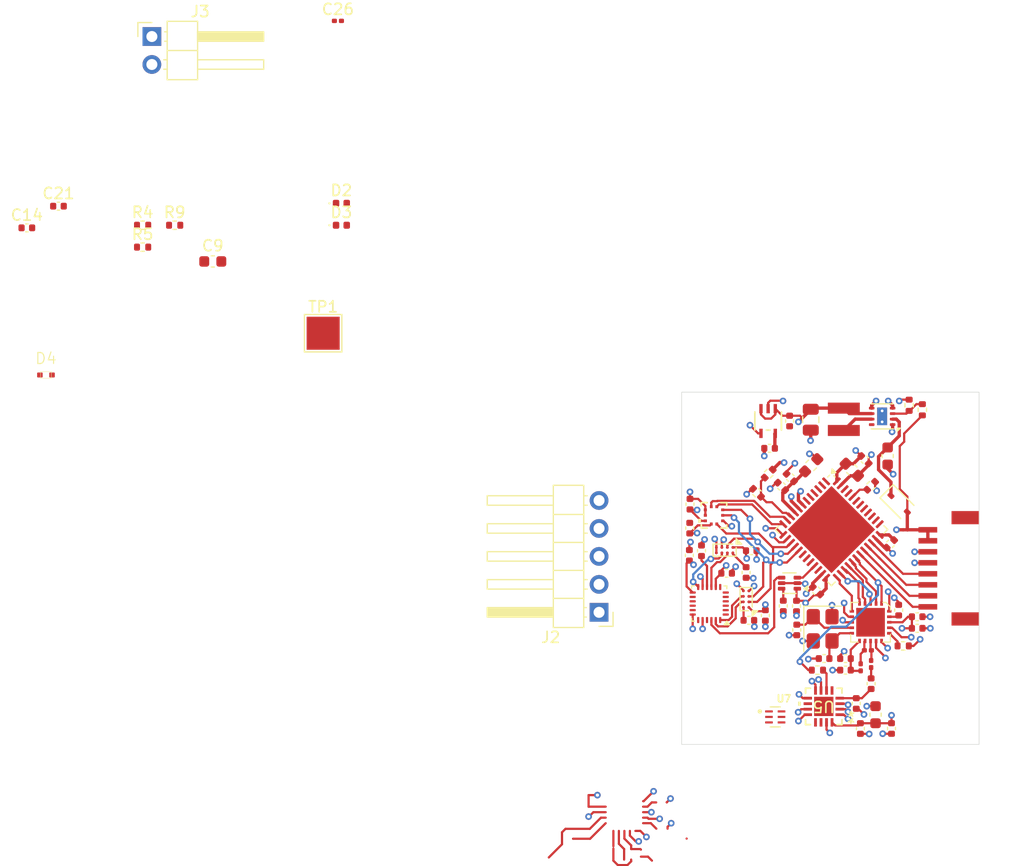
<source format=kicad_pcb>
(kicad_pcb (version 20241229) (generator "pcbnew") (generator_version "9.0")
  (title_block (title "Microdrone flight controller") (date "2025-09-14") (rev "v01") (comment 2 "creativecommons.org/licenses/by/4.0/") (comment 3 "License: CC BY 4.0") (comment 4 "Author: Emil Nordén"))
  (layers (0 "F.Cu" signal) (4 "In1.Cu" power "In1.Cu.Gnd") (6 "In2.Cu" power "In2.Cu.Power") (2 "B.Cu" signal) (13 "F.Paste" user) (15 "B.Paste" user) (5 "F.SilkS" user "F.Silkscreen") (7 "B.SilkS" user "B.Silkscreen") (1 "F.Mask" user) (3 "B.Mask" user) (25 "Edge.Cuts" user))
  (net 0 "")
  (net 1 "Net-(D1-K)")
  (net 2 "GND")
  (net 3 "+3.3V")
  (net 4 "Net-(U1-DVDD)")
  (net 5 "/NRF24_XC2")
  (net 6 "Net-(U3-VCAP1)")
  (net 7 "/NRF24_VDD_PA")
  (net 8 "/NRF24_XC1")
  (net 9 "/V_Monitor")
  (net 10 "+1V8")
  (net 11 "/BAT+")
  (net 12 "Net-(D2-A)")
  (net 13 "Net-(D3-A)")
  (net 14 "Net-(D4-A)")
  (net 15 "/ESC2")
  (net 16 "/ESC3")
  (net 17 "/ESC1")
  (net 18 "/ESC4")
  (net 19 "/SWDIO")
  (net 20 "/SWCLK")
  (net 21 "/NRST")
  (net 22 "Net-(U2-SW)")
  (net 23 "/NRF24_ANT1")
  (net 24 "/NRF24_ANT2")
  (net 25 "Net-(U1-IREF)")
  (net 26 "/ERROR_LED")
  (net 27 "/STATUS_LED")
  (net 28 "Net-(U3-BOOT0)")
  (net 29 "/NRF24_CE")
  (net 30 "Net-(U2-EN)")
  (net 31 "Net-(U7-OUT)")
  (net 32 "/SPI1_SCK")
  (net 33 "/SPI1_MISO")
  (net 34 "/NRF_IRQ")
  (net 35 "/SPI1_MOSI")
  (net 36 "/NRF24_CSN")
  (net 37 "unconnected-(U1-EP-Pad21)")
  (net 39 "/BMP390_CS")
  (net 41 "/ICM_INT_3V3")
  (net 44 "/ICM_CS_3V3")
  (net 46 "/BMP390_IRQ")
  (net 55 "/ICM_CS_1V8")
  (net 56 "/ICM_SCK")
  (net 57 "/ICM_MISO")
  (net 58 "/ICM_INT_1V8")
  (net 59 "/ICM_MOSI")
  (net 61 "Net-(U5-TXRX)")
  (net 62 "Net-(U5-ANT)")
  (net 63 "Net-(U11-REGOUT)")
  (net 64 "Net-(U5-TXEN)")
  (net 65 "Net-(U5-RXEN)")
  (net 81 "/SPI2_MISO")
  (net 82 "/SPI2_MOSI")
  (net 83 "/SPI2_SCK")
  (net 84 "Net-(C15-Pad1)")
  (net 86 "/MCU_VDDA")
  (footprint "Capacitor_SMD:C_0603_1608Metric" (layer "F.Cu") (at 117.6 129.3 90)
    (property "Reference" "C24" (hide yes))
    (property "Value" "10nF")
  )
  (footprint "Capacitor_SMD:C_0402_1005Metric" (layer "F.Cu") (at 107.6 120.28 90)
    (property "Reference" "C28" (hide yes))
    (property "Value" "0.1uF")
  )
  (footprint "Capacitor_SMD:C_0402_1005Metric" (layer "F.Cu") (at 109.225 119.42 90)
    (property "Reference" "C33" (hide yes))
    (property "Value" "0.1uF")
  )
  (footprint "Crystal:Crystal_SMD_3225-4Pin_3.2x2.5mm" (layer "F.Cu") (at 112.8 121.5 -90)
    (property "Reference" "Y1" (hide yes))
    (property "Value" "Crystal_GND24")
  )
  (footprint "Capacitor_SMD:C_0603_1608Metric" (layer "F.Cu") (at 57.432152 88.125301)
    (property "Reference" "C9")
    (property "Value" "4.7uF")
  )
  (footprint "Capacitor_SMD:C_0402_1005Metric" (layer "F.Cu") (at 119.7 119.8 -90)
    (property "Reference" "C4" (hide yes))
    (property "Value" "33nF")
  )
  (footprint "Capacitor_SMD:C_0402_1005Metric" (layer "F.Cu") (at 119.05 130.55 -90)
    (property "Reference" "C23" (hide yes))
    (property "Value" "1uF")
  )
  (footprint "Capacitor_SMD:C_0402_1005Metric" (layer "F.Cu") (at 110.425 119.43 90)
    (property "Reference" "C30" (hide yes))
    (property "Value" "0.1uF")
  )
  (footprint "Diode_SMD:D_SOD-323" (layer "F.Cu") (at 119.742462 110.142462 -45)
    (property "Reference" "D1" (hide yes))
    (property "Value" "D_Schottky" (hide yes))
  )
  (footprint "Capacitor_SMD:C_0402_1005Metric" (layer "F.Cu") (at 106.1 120.725 180)
    (property "Reference" "C31" (hide yes))
    (property "Value" "0.1uF")
  )
  (footprint "Capacitor_SMD:C_0805_2012Metric" (layer "F.Cu") (at 111.72 102.5 -90)
    (property "Reference" "C7" (hide yes))
    (property "Value" "22uF")
  )
  (footprint "Capacitor_SMD:C_0402_1005Metric" (layer "F.Cu") (at 105.85 116.38 90)
    (property "Reference" "C32" (hide yes))
    (property "Value" "0.1uF")
  )
  (footprint "Connector_PinHeader_2.54mm:PinHeader_1x05_P2.54mm_Horizontal" (layer "F.Cu") (at 92.5 120 180)
    (property "Reference" "J2")
    (property "Value" "Conn_01x05")
  )
  (footprint "Resistor_SMD:R_0402_1005Metric" (layer "F.Cu") (at 121.85 101.6 90)
    (property "Reference" "R2" (hide yes))
    (property "Value" "100K")
  )
  (footprint "TestPoint:TestPoint_Pad_3.0x3.0mm" (layer "F.Cu") (at 67.452152 94.645301)
    (property "Reference" "TP1")
    (property "Value" "ANT PAD")
  )
  (footprint "Capacitor_SMD:C_0402_1005Metric" (layer "F.Cu") (at 114.87 124.2 180)
    (property "Reference" "C10" (hide yes))
    (property "Value" "2.2nF")
  )
  (footprint "Capacitor_SMD:C_0402_1005Metric" (layer "F.Cu") (at 43.422152 83.105301)
    (property "Reference" "C21")
    (property "Value" "0.1uF")
  )
  (footprint "Capacitor_SMD:C_0402_1005Metric" (layer "F.Cu") (at 100.7313 112.3513 -90)
    (property "Reference" "C22" (hide yes))
    (property "Value" "100nF")
  )
  (footprint "Resistor_SMD:R_0402_1005Metric" (layer "F.Cu") (at 107.9 107.4 -135)
    (property "Reference" "R7" (hide yes))
    (property "Value" "20k")
  )
  (footprint "Capacitor_SMD:C_0603_1608Metric" (layer "F.Cu") (at 118.7 105.8 -90)
    (property "Reference" "C1" (hide yes))
    (property "Value" "10uF")
  )
  (footprint "Capacitor_SMD:C_0402_1005Metric" (layer "F.Cu") (at 116.639411 106.139411 -45)
    (property "Reference" "C19" (hide yes))
    (property "Value" "0.1uF")
  )
  (footprint "fclib:JST_SH_ZX-SH1.0-8PWT" (layer "F.Cu") (at 124.25 116 90)
    (property "Reference" "J1" (hide yes))
    (property "Value" "Conn_01x08")
  )
  (footprint "MountingHole:MountingHole_3.2mm_M3" (layer "F.Cu") (at 123.5 106)
    (property "Reference" "REF**" (hide yes))
    (property "Value" "MountingHole_3.2mm_M3" (hide yes))
  )
  (footprint "MountingHole:MountingHole_3.2mm_M3" (layer "F.Cu") (at 103.5 126)
    (property "Reference" "REF**" (hide yes))
    (property "Value" "MountingHole_3.2mm_M3" (hide yes))
  )
  (footprint "Package_SON:WSON-8-1EP_2x2mm_P0.5mm_EP0.9x1.6mm_ThermalVias" (layer "F.Cu") (at 118.2 102.2 180)
    (property "Reference" "U2" (hide yes))
    (property "Value" "TPS62162")
  )
  (footprint "Resistor_SMD:R_0402_1005Metric" (layer "F.Cu") (at 120.109999 123.05)
    (property "Reference" "R1" (hide yes))
    (property "Value" "22k")
  )
  (footprint "Inductor_SMD:L_0201_0603Metric" (layer "F.Cu") (at 116.25 124.995 -90)
    (property "Reference" "L4" (hide yes))
    (property "Value" "2.7nH")
  )
  (footprint "Capacitor_SMD:C_0201_0603Metric" (layer "F.Cu") (at 68.792152 66.275301)
    (property "Reference" "C26")
    (property "Value" "0.3pF")
  )
  (footprint "digikey-footprints:QFN-20-1EP_4x4mm_RevA" (layer "F.Cu") (at 117.147918 120.902082 -90)
    (property "Reference" "U1" (hide yes))
    (property "Value" "NRF24L01P-R7")
  )
  (footprint "Capacitor_SMD:C_0402_1005Metric" (layer "F.Cu") (at 109.860589 107.760589 135)
    (property "Reference" "C5" (hide yes))
    (property "Value" "1uF")
  )
  (footprint "Package_TO_SOT_SMD:SOT-563" (layer "F.Cu") (at 109.7875 117.35 180)
    (property "Reference" "U10" (hide yes))
    (property "Value" "SN74LVC1T45DRL")
  )
  (footprint "Capacitor_SMD:C_0402_1005Metric" (layer "F.Cu") (at 110.45 121.6 -90)
    (property "Reference" "C8" (hide yes))
    (property "Value" "22pF")
  )
  (footprint "Inductor_SMD:L_0603_1608Metric" (layer "F.Cu") (at 111.756847 106.643153 -135)
    (property "Reference" "FB1" (hide yes))
    (property "Value" "FerriteBead")
  )
  (footprint "Capacitor_SMD:C_0402_1005Metric" (layer "F.Cu") (at 112.239411 118.039411 135)
    (property "Reference" "C12" (hide yes))
    (property "Value" "0.1uF")
  )
  (footprint "Package_BGA:Texas_DSBGA-8_0.9x1.9mm_Layout2x4_P0.5mm" (layer "F.Cu") (at 103.9 114.35 -90)
    (property "Reference" "U9" (hide yes))
    (property "Value" "SN74LVC2T45YZP")
  )
  (footprint "Capacitor_SMD:C_0603_1608Metric" (layer "F.Cu") (at 115.448008 107.048008 -45)
    (property "Reference" "C16" (hide yes))
    (property "Value" "4.7uF")
  )
  (footprint "Resistor_SMD:R_0402_1005Metric" (layer "F.Cu") (at 53.972152 84.835301)
    (property "Reference" "R9")
    (property "Value" "1k")
  )
  (footprint "Capacitor_SMD:C_0402_1005Metric" (layer "F.Cu") (at 121.38 121.45)
    (property "Reference" "C2" (hide yes))
    (property "Value" "10nF")
  )
  (footprint "Resistor_SMD:R_0402_1005Metric" (layer "F.Cu") (at 112.325 125.25 180)
    (property "Reference" "R10" (hide yes))
    (property "Value" "1k")
  )
  (footprint "Capacitor_SMD:C_0402_1005Metric" (layer "F.Cu") (at 100.755027 110.175027 90)
    (property "Reference" "C27" (hide yes))
    (property "Value" "100nF")
  )
  (footprint "Capacitor_SMD:C_0402_1005Metric" (layer "F.Cu") (at 106.32 114.4 180)
    (property "Reference" "C29" (hide yes))
    (property "Value" "0.1uF")
  )
  (footprint "Capacitor_SMD:C_0402_1005Metric" (layer "F.Cu") (at 118.95 113.779899 -135)
    (property "Reference" "C17" (hide yes))
    (property "Value" "0.1uF")
  )
  (footprint "BMP390:10LGA_2X2X0p75_BOS" (layer "F.Cu") (at 102.9374 111.189948 90)
    (property "Reference" "U6" (hide yes))
    (property "Value" "BMP390")
  )
  (footprint "Capacitor_SMD:C_0402_1005Metric" (layer "F.Cu") (at 100.7 114.82 90)
    (property "Reference" "C34" (hide yes))
    (property "Value" "0.1uF")
  )
  (footprint "Capacitor_SMD:C_0402_1005Metric" (layer "F.Cu") (at 104.08 116.45 180)
    (property "Reference" "C36" (hide yes))
    (property "Value" "0.1uF")
  )
  (footprint "2450LP14A0100001T:ICCAF50P160X80X70-6N" (layer "F.Cu") (at 108.495 129.5)
    (property "Reference" "U7")
    (property "Value" "2450LP14A0100001T")
  )
  (footprint "fclib:Diode_SMD_SOD-723" (layer "F.Cu") (at 42.287152 98.440301)
    (property "Reference" "D4")
    (property "Value" "D_Schottky")
  )
  (footprint "Resistor_SMD:R_0402_1005Metric" (layer "F.Cu") (at 117.2 108.5 45)
    (property "Reference" "R6" (hide yes))
    (property "Value" "10k")
  )
  (footprint "Capacitor_SMD:C_0402_1005Metric" (layer "F.Cu") (at 116.225 130.555 -90)
    (property "Reference" "C25" (hide yes))
    (property "Value" "220pF")
  )
  (footprint "Inductor_SMD:L_0201_0603Metric" (layer "F.Cu") (at 117.2 124.695 -90)
    (property "Reference" "L3" (hide yes))
    (property "Value" "3.9nH")
  )
  (footprint "Sensor_Motion:InvenSense_QFN-24_3x3mm_P0.4mm" (layer "F.Cu") (at 102.5 119.2 180)
    (property "Reference" "U11" (hide yes))
    (property "Value" "ICM-20948")
  )
  (footprint "Capacitor_SMD:C_0402_1005Metric" (layer "F.Cu") (at 107.98 105.1)
    (property "Reference" "C21" (hide yes))
    (property "Value" "1uF")
  )
  (footprint "Capacitor_SMD:C_0402_1005Metric" (layer "F.Cu") (at 117.2 126.48 -90)
    (property "Reference" "C15" (hide yes))
    (property "Value" "1.5pF")
  )
  (footprint "Capacitor_SMD:C_0402_1005Metric" (layer "F.Cu") (at 114.87 125.25 180)
    (property "Reference" "C13" (hide yes))
    (property "Value" "4.7pF")
  )
  (footprint "Package_DFN_QFN:QFN-48-1EP_7x7mm_P0.5mm_EP5.6x5.6mm" (layer "F.Cu") (at 113.6 112.479899 -45)
    (property "Reference" "U3" (hide yes))
    (property "Value" "STM32F411CEUx")
  )
  (footprint "Package_BGA:Texas_DSBGA-8_0.9x1.9mm_Layout2x4_P0.5mm" (layer "F.Cu") (at 105.85 118.8 180)
    (property "Reference" "U8" (hide yes))
    (property "Value" "SN74LVC2T45YZP")
  )
  (footprint "MountingHole:MountingHole_3.2mm_M3" (layer "F.Cu") (at 103.5 106)
    (property "Reference" "REF**" (hide yes))
    (property "Value" "MountingHole_3.2mm_M3" (hide yes))
  )
  (footprint "Capacitor_SMD:C_0402_1005Metric" (layer "F.Cu") (at 115.85 128.28 90)
    (property "Reference" "C18" (hide yes))
    (property "Value" "1.0pF")
  )
  (footprint "Resistor_SMD:R_0402_1005Metric" (layer "F.Cu") (at 120.65 101.19 90)
    (property "Reference" "R3" (hide yes))
    (property "Value" "1M")
  )
  (footprint "Capacitor_SMD:C_0402_1005Metric" (layer "F.Cu") (at 40.552152 85.075301)
    (property "Reference" "C14")
    (property "Value" "0.1uF")
  )
  (footprint "Capacitor_SMD:C_0402_1005Metric" (layer "F.Cu") (at 101.8 114.405 90)
    (property "Reference" "C35" (hide yes))
    (property "Value" "0.1uF")
  )
  (footprint "LED_SMD:LED_0402_1005Metric" (layer "F.Cu") (at 69.107152 82.845301)
    (property "Reference" "D2")
    (property "Value" "LED")
  )
  (footprint "TLV70018:DCK5" (layer "F.Cu") (at 107.849999 102.621151 -90)
    (property "Reference" "U4" (hide yes))
    (property "Value" "TLV70018DCKR")
  )
  (footprint "fclib:Inductor_Coilcraft_XFL3012-222MEC" (layer "F.Cu") (at 114.72 102.465 90)
    (property "Reference" "L1" (hide yes))
    (property "Value" "2.2uH")
  )
  (footprint "Capacitor_SMD:C_0402_1005Metric" (layer "F.Cu") (at 109.060589 108.560589 135)
    (property "Reference" "C6" (hide yes))
    (property "Value" "10nF")
  )
  (footprint "RFX2401C:RFX2401C_SKY" (layer "F.Cu") (at 112.899999 128.5478 180)
    (property "Reference" "U5")
    (property "Value" "RFX2401C")
  )
  (footprint "Inductor_SMD:L_0201_0603Metric" (layer "F.Cu") (at 116.905 123.45 180)
    (property "Reference" "L2" (hide yes))
    (property "Value" "8.2nH")
  )
  (footprint "Connector_PinHeader_2.54mm:PinHeader_1x02_P2.54mm_Horizontal" (layer "F.Cu") (at 51.902152 67.695301)
    (property "Reference" "J3")
    (property "Value" "Conn_01x02")
  )
  (footprint "Capacitor_SMD:C_0402_1005Metric" (layer "F.Cu") (at 121.38 120.4)
    (property "Reference" "C3" (hide yes))
    (property "Value" "1nF")
  )
  (footprint "Resistor_SMD:R_0402_1005Metric" (layer "F.Cu") (at 51.062152 84.835301)
    (property "Reference" "R4")
    (property "Value" "270")
  )
  (footprint "Resistor_SMD:R_0402_1005Metric" (layer "F.Cu") (at 51.062152 86.825301)
    (property "Reference" "R5")
    (property "Value" "180")
  )
  (footprint "LED_SMD:LED_0402_1005Metric" (layer "F.Cu") (at 69.107152 84.835301)
    (property "Reference" "D3")
    (property "Value" "LED")
  )
  (footprint "Capacitor_SMD:C_0402_1005Metric" (layer "F.Cu") (at 109.8 102.62 90)
    (property "Reference" "C20" (hide yes))
    (property "Value" "1uF")
  )
  (footprint "MountingHole:MountingHole_3.2mm_M3" (layer "F.Cu") (at 123.5 126)
    (property "Reference" "REF**" (hide yes))
    (property "Value" "MountingHole_3.2mm_M3" (hide yes))
  )
  (footprint "Resistor_SMD:R_0402_1005Metric" (layer "F.Cu") (at 106.839376 109.139376 135)
    (property "Reference" "R8" (hide yes))
    (property "Value" "10k")
  )
  (footprint "Capacitor_SMD:C_0402_1005Metric" (layer "F.Cu") (at 112.93 124.2 180)
    (property "Reference" "C11" (hide yes))
    (property "Value" "22pF")
  )
  (gr_rect (start 100 100) (end 127 132) (stroke (width 0.05)) (fill no) (layer "Edge.Cuts"))
  (segment (start 117.874 107.044822) (end 117.874 105.851) (width 0.3) (layer "F.Cu") (net 1))
  (segment (start 119.15 102.45) (end 119.48651 102.45) (width 0.3) (layer "F.Cu") (net 1))
  (segment (start 117.874 105.851) (end 118.7 105.025) (width 0.3) (layer "F.Cu") (net 1))
  (segment (start 119.48651 102.45) (end 119.751 102.71449) (width 0.3) (layer "F.Cu") (net 1))
  (segment (start 118.7 105.025) (end 119.751 103.974) (width 0.3) (layer "F.Cu") (net 1))
  (segment (start 119 109.4) (end 119 108.170822) (width 0.3) (layer "F.Cu") (net 1))
  (segment (start 119 108.170822) (end 117.874 107.044822) (width 0.3) (layer "F.Cu") (net 1))
  (segment (start 119.751 102.71449) (end 119.751 103.974) (width 0.3) (layer "F.Cu") (net 1))
  (segment (start 114.347799 129.297801) (end 114.722801 129.297801) (width 0.2) (layer "F.Cu") (net 2))
  (segment (start 109.075 117.35) (end 110.5 117.35) (width 0.2) (layer "F.Cu") (net 2))
  (segment (start 104.56 116.19) (end 104.9 115.85) (width 0.2) (layer "F.Cu") (net 2))
  (segment (start 116.978822 106.61321) (end 115.996016 107.596016) (width 0.3) (layer "F.Cu") (net 2))
  (segment (start 98.719998 139.6544) (end 98.719998 139.4844) (width 0.2) (layer "F.Cu") (net 2))
  (segment (start 118.847918 118.402082) (end 118.847918 119.902082) (width 0.2) (layer "F.Cu") (net 2))
  (segment (start 113.65 120.4) (end 113.65 119.35) (width 0.2) (layer "F.Cu") (net 2))
  (segment (start 116.035 128.76) (end 116.55 129.275) (width 0.2) (layer "F.Cu") (net 2))
  (segment (start 111.55 124.2) (end 111.5 124.25) (width 0.2) (layer "F.Cu") (net 2))
  (segment (start 111.161483 117.35) (end 111.21912 117.407637) (width 0.2) (layer "F.Cu") (net 2))
  (segment (start 103.15 114.1) (end 103.15 113.485051) (width 0.2) (layer "F.Cu") (net 2))
  (segment (start 114.347799 128.2978) (end 115.004358 128.2978) (width 0.2) (layer "F.Cu") (net 2))
  (segment (start 119.87 100.68) (end 119.75 100.8) (width 0.2) (layer "F.Cu") (net 2))
  (segment (start 110.425 119.91) (end 110.425 120.3) (width 0.2) (layer "F.Cu") (net 2))
  (segment (start 100.8 113.6113) (end 100.8 113.7) (width 0.2) (layer "F.Cu") (net 2))
  (segment (start 121.05 123.05) (end 121.65 122.45) (width 0.2) (layer "F.Cu") (net 2))
  (segment (start 110.8522 128.7978) (end 110.575 129.075) (width 0.2) (layer "F.Cu") (net 2))
  (segment (start 115.301902 107.596016) (end 115.996016 107.596016) (width 0.3) (layer "F.Cu") (net 2))
  (segment (start 112.760311 116.501569) (end 111.9 117.36188) (width 0.3) (layer "F.Cu") (net 2))
  (segment (start 106.46 116.86) (end 106.5 116.9) (width 0.2) (layer "F.Cu") (net 2))
  (segment (start 117.647918 123.223048) (end 118.5 124.07513) (width 0.2) (layer "F.Cu") (net 2))
  (segment (start 96.900055 138.6544) (end 97.000055 138.7544) (width 0.2) (layer "F.Cu") (net 2))
  (segment (start 102.15 110.689949) (end 102.15 110.35) (width 0.2) (layer "F.Cu") (net 2))
  (segment (start 120.65 100.68) (end 119.87 100.68) (width 0.2) (layer "F.Cu") (net 2))
  (segment (start 117.25 101.2) (end 117.65 100.8) (width 0.3) (layer "F.Cu") (net 2))
  (segment (start 112.149998 126.574998) (end 111.825 126.25) (width 0.2) (layer "F.Cu") (net 2))
  (segment (start 91.987548 138.1544) (end 91.587548 138.5544) (width 0.2) (layer "F.Cu") (net 2))
  (segment (start 111.452199 128.7978) (end 110.8522 128.7978) (width 0.2) (layer "F.Cu") (net 2))
  (segment (start 106.393248 108.778752) (end 105.9 109.272) (width 0.2) (layer "F.Cu") (net 2))
  (segment (start 107.6 120.76) (end 107.6 121.3) (width 0.2) (layer "F.Cu") (net 2))
  (segment (start 119.15 101.45) (end 119.15 101.2) (width 0.3) (layer "F.Cu") (net 2))
  (segment (start 119.102139 121.402082) (end 119.960057 122.26) (width 0.2) (layer "F.Cu") (net 2))
  (segment (start 100.755027 109.695027) (end 100.755027 109.055026) (width 0.2) (layer "F.Cu") (net 2))
  (segment (start 109.521178 107.421178) (end 109.521178 107.215338) (width 0.2) (layer "F.Cu") (net 2))
  (segment (start 111.72 104.38) (end 111.7 104.4) (width 0.3) (layer "F.Cu") (net 2))
  (segment (start 95.299998 139.8544) (end 95.299998 140.2814) (width 0.2) (layer "F.Cu") (net 2))
  (segment (start 114.722801 129.297801) (end 115.1 129.675) (width 0.2) (layer "F.Cu") (net 2))
  (segment (start 114.8728 128.7978) (end 115.1 129.025) (width 0.2) (layer "F.Cu") (net 2))
  (segment (start 110.45 122.08) (end 109.755 122.08) (width 0.2) (layer "F.Cu") (net 2))
  (segment (start 108.046598 100.776351) (end 109.176351 100.776351) (width 0.2) (layer "F.Cu") (net 2))
  (segment (start 101.899997 116.949997) (end 101.7 116.75) (width 0.2) (layer "F.Cu") (net 2))
  (segment (start 119.960057 122.26) (end 120.843655 122.26) (width 0.2) (layer "F.Cu") (net 2))
  (segment (start 104.555059 112.176599) (end 104.28665 112.176599) (width 0.2) (layer "F.Cu") (net 2))
  (segment (start 111.72 103.45) (end 111.72 104.38) (width 0.3) (layer "F.Cu") (net 2))
  (segment (start 121.86 121.45) (end 122.575 121.45) (width 0.2) (layer "F.Cu") (net 2))
  (segment (start 117.560624 108.139376) (end 117.560624 108.810248) (width 0.2) (layer "F.Cu") (net 2))
  (segment (start 106.1 118.05) (end 106.133098 118.05) (width 0.2) (layer "F.Cu") (net 2))
  (segment (start 101 120.2) (end 101 121.5) (width 0.2) (layer "F.Cu") (net 2))
  (segment (start 103.15 113.485051) (end 103 113.335051) (width 0.2) (layer "F.Cu") (net 2))
  (segment (start 108.583603 108.221178) (end 108.032237 108.772544) (width 0.2) (layer "F.Cu") (net 2))
  (segment (start 101.8 113.658551) (end 102.080452 113.378099) (width 0.2) (layer "F.Cu") (net 2))
  (segment (start 98.647498 137.2569) (end 98.987498 136.9169) (width 0.2) (layer "F.Cu") (net 2))
  (segment (start 103.15 114.1) (end 103.15 114.6) (width 0.2) (layer "F.Cu") (net 2))
  (segment (start 119.05 131.03) (end 118.255 131.03) (width 0.2) (layer "F.Cu") (net 2))
  (segment (start 97.000055 138.7544) (end 97.999998 138.7544) (width 0.2) (layer "F.Cu") (net 2))
  (segment (start 117.6 128.525) (end 116.8 128.525) (width 0.2) (layer "F.Cu") (net 2))
  (segment (start 111.9 117.36188) (end 111.9 117.7) (width 0.3) (layer "F.Cu") (net 2))
  (segment (start 118.7 106.951583) (end 119.200001 107.451584) (width 0.3) (layer "F.Cu") (net 2))
  (segment (start 114.39 124.2) (end 114.39 123.901546) (width 0.2) (layer "F.Cu") (net 2))
  (segment (start 117.560624 108.810248) (end 117.70037 108.949994) (width 0.2) (layer "F.Cu") (net 2))
  (segment (start 101.9 116.949997) (end 101.899997 116.949997) (width 0.2) (layer "F.Cu") (net 2))
  (segment (start 119.7 119.32) (end 119.7 119.074876) (width 0.2) (layer "F.Cu") (net 2))
  (segment (start 120.619998 123.05) (end 121.05 123.05) (width 0.2) (layer "F.Cu") (net 2))
  (segment (start 117.25 101.45) (end 117.25 101.2) (width 0.3) (layer "F.Cu") (net 2))
  (segment (start 117.647918 122.602082) (end 117.647918 123.223048) (width 0.2) (layer "F.Cu") (net 2))
  (segment (start 109.225 119.9) (end 109.225 120.3) (width 0.2) (layer "F.Cu") (net 2))
  (segment (start 96.499998 137.1544) (end 96.549998 137.1544) (width 0.2) (layer "F.Cu") (net 2))
  (segment (start 91.587548 138.5544) (end 91.549998 138.5544) (width 0.2) (layer "F.Cu") (net 2))
  (segment (start 109.521178 107.215338) (end 110.277878 106.458638) (width 0.2) (layer "F.Cu") (net 2))
  (segment (start 108.721178 108.221178) (end 108.583603 108.221178) (width 0.2) (layer "F.Cu") (net 2))
  (segment (start 96.549998 137.1544) (end 97.449998 136.2544) (width 0.2) (layer "F.Cu") (net 2))
  (segment (start 111.452199 127.797799) (end 110.997799 127.797799) (width 0.2) (layer "F.Cu") (net 2))
  (segment (start 116.978822 106.478822) (end 116.978822 105.921178) (width 0.2) (layer "F.Cu") (net 2))
  (segment (start 100.45 140.5544) (end 100.452199 140.552201) (width 0.2) (layer "F.Cu") (net 2))
  (segment (start 100.8 113.7) (end 100.7 113.8) (width 0.2) (layer "F.Cu") (net 2))
  (segment (start 118.747918 118.122791) (end 118.747918 118.302082) (width 0.2) (layer "F.Cu") (net 2))
  (segment (start 122.35 115.5) (end 121.15 115.5) (width 0.2) (layer "F.Cu") (net 2))
  (segment (start 114.39 123.901546) (end 114.75 123.541546) (width 0.2) (layer "F.Cu") (net 2))
  (segment (start 118.610589 114.11931) (end 118.61931 114.11931) (width 0.2) (layer "F.Cu") (net 2))
  (segment (start 119.15 102.95) (end 119.15 103.55) (width 0.3) (layer "F.Cu") (net 2))
  (segment (start 107.849999 100.97295) (end 108.046598 100.776351) (width 0.2) (layer "F.Cu") (net 2))
  (segment (start 116.978822 105.921178) (end 117.225 105.675) (width 0.2) (layer "F.Cu") (net 2))
  (segment (start 106.942302 103.742302) (end 106.2 103) (width 0.2) (layer "F.Cu") (net 2))
  (segment (start 119.7 119.074876) (end 119.300062 118.674938) (width 0.2) (layer "F.Cu") (net 2))
  (segment (start 116.225 131.035) (end 117.01 131.035) (width 0.2) (layer "F.Cu") (net 2))
  (segment (start 114.347799 128.7978) (end 114.8728 128.7978) (width 0.2) (layer "F.Cu") (net 2))
  (segment (start 100.7 113.7113) (end 100.8 113.6113) (width 0.2) (layer "F.Cu") (net 2))
  (segment (start 109.755 122.08) (end 109.75 122.075) (width 0.2) (layer "F.Cu") (net 2))
  (segment (start 103.799998 111.689947) (end 103.7248 111.689947) (width 0.2) (layer "F.Cu") (net 2))
  (segment (start 104.56 116.45) (end 104.56 116.19) (width 0.2) (layer "F.Cu") (net 2))
  (segment (start 110.63899 110.57955) (end 109.95 109.89056) (width 0.3) (layer "F.Cu") (net 2))
  (segment (start 101.495027 109.695027) (end 100.755027 109.695027) (width 0.2) (layer "F.Cu") (net 2))
  (segment (start 95.822998 140.8044) (end 96.099998 140.8044) (width 0.2) (layer "F.Cu") (net 2))
  (segment (start 122.35 114.5) (end 121.15 114.5) (width 0.2) (layer "F.Cu") (net 2))
  (segment (start 113.149999 129.9956) (end 113.149999 130.649999) (width 0.2) (layer "F.Cu") (net 2))
  (segment (start 113.149999 130.649999) (end 113.45 130.95) (width 0.2) (layer "F.Cu") (net 2))
  (segment (start 112.649999 126.324999) (end 112.425 126.1) (width 0.2) (layer "F.Cu") (net 2))
  (segment (start 106.58 121.28) (end 106.6 121.3) (width 0.2) (layer "F.Cu") (net 2))
  (segment (start 107.849999 101.5) (end 107.849999 100.97295) (width 0.2) (layer "F.Cu") (net 2))
  (segment (start 111.95 122.6) (end 110.975 122.6) (width 0.2) (layer "F.Cu") (net 2))
  (segment (start 119.15 103.55) (end 119.1 103.6) (width 0.3) (layer "F.Cu") (net 2))
  (segment (start 118.61931 114.11931) (end 119.15 114.65) (width 0.2) (layer "F.Cu") (net 2))
  (segment (start 109.176351 100.776351) (end 109.2 100.8) (width 0.2) (layer "F.Cu") (net 2))
  (segment (start 106.478752 108.778752) (end 106.393248 108.778752) (width 0.2) (layer "F.Cu") (net 2))
  (segment (start 111.9 117.7) (end 111.3 118.3) (width 0.2) (layer "F.Cu") (net 2))
  (segment (start 98.647498 137.2669) (end 98.647498 137.2569) (width 0.2) (layer "F.Cu") (net 2))
  (segment (start 105.85 116.86) (end 106.46 116.86) (width 0.2) (layer "F.Cu") (net 2))
  (segment (start 109.95 109.89056) (end 109.95 109.487006) (width 0.3) (layer "F.Cu") (net 2))
  (segment (start 101.8 113.925) (end 101.65 113.775) (width 0.2) (layer "F.Cu") (net 2))
  (segment (start 100.7 114.25) (end 100.7 113.7113) (width 0.2) (layer "F.Cu") (net 2))
  (segment (start 118.255 131.03) (end 118.25 131.025) (width 0.2) (layer "F.Cu") (net 2))
  (segment (start 101.9 117.7) (end 101.9 116.949997) (width 0.2) (layer "F.Cu") (net 2))
  (segment (start 110.997799 127.797799) (end 110.65 127.45) (width 0.2) (layer "F.Cu") (net 2))
  (segment (start 111.95 122.6) (end 111.6 122.6) (width 0.2) (layer "F.Cu") (net 2))
  (segment (start 114.439689 108.458229) (end 115.301902 107.596016) (width 0.3) (layer "F.Cu") (net 2))
  (segment (start 115.004358 128.2978) (end 115.106558 128.4) (width 0.2) (layer "F.Cu") (net 2))
  (segment (start 114.61331 120.711839) (end 114.61331 120.843001) (width 0.2) (layer "F.Cu") (net 2))
  (segment (start 106.133098 118.05) (end 106.575432 117.607666) (width 0.2) (layer "F.Cu") (net 2))
  (segment (start 114.39 125.25) (end 113.7 125.25) (width 0.2) (layer "F.Cu") (net 2))
  (segment (start 98.719998 139.4844) (end 99.049998 139.1544) (width 0.2) (layer "F.Cu") (net 2))
  (segment (start 115.85 128.76) (end 116.035 128.76) (width 0.2) (layer "F.Cu") (net 2))
  (segment (start 112.649999 127.1) (end 112.649999 126.324999) (width 0.2) (layer "F.Cu") (net 2))
  (segment (start 96.499998 138.6544) (end 96.900055 138.6544) (width 0.2) (layer "F.Cu") (net 2))
  (segment (start 118.847918 121.402082) (end 119.102139 121.402082) (width 0.2) (layer "F.Cu") (net 2))
  (segment (start 118.421392 114.11931) (end 118.610589 114.11931) (width 0.2) (layer "F.Cu") (net 2))
  (segment (start 102.15 111.189948) (end 102.15 110.689949) (width 0.2) (layer "F.Cu") (net 2))
  (segment (start 111.452199 129.297801) (end 111.177199 129.297801) (width 0.2) (layer "F.Cu") (net 2))
  (segment (start 101.9 120.7) (end 101.9 121.5) (width 0.2) (layer "F.Cu") (net 2))
  (segment (start 119.15 101.2) (end 118.75 100.8) (width 0.3) (layer "F.Cu") (net 2))
  (segment (start 106.8 114.4) (end 106.8 115.197666) (width 0.2) (layer "F.Cu") (net 2))
  (segment (start 118.747918 118.302082) (end 118.847918 118.402082) (width 0.2) (layer "F.Cu") (net 2))
  (segment (start 107.5 105.1) (end 107.5 105.8) (width 0.3) (layer "F.Cu") (net 2))
  (segment (start 114.672391 120.902082) (end 115.447917 120.902082) (width 0.2) (layer "F.Cu") (net 2))
  (segment (start 104.28665 112.176599) (end 103.799998 111.689947) (width 0.2) (layer "F.Cu") (net 2))
  (segment (start 102.15 110.35) (end 101.495027 109.695027) (width 0.2) (layer "F.Cu") (net 2))
  (segment (start 118.5 124.07513) (end 118.5 124.15) (width 0.2) (layer "F.Cu") (net 2))
  (segment (start 101.8 113.925) (end 101.8 113.658551) (width 0.2) (layer "F.Cu") (net 2))
  (segment (start 114.61331 120.843001) (end 114.672391 120.902082) (width 0.2) (layer "F.Cu") (net 2))
  (segment (start 110.5 117.35) (end 111.161483 117.35) (width 0.2) (layer "F.Cu") (net 2))
  (segment (start 121.86 120.4) (end 122.55 120.4) (width 0.2) (layer "F.Cu") (net 2))
  (segment (start 117.01 131.035) (end 117.025 131.05) (width 0.2) (layer "F.Cu") (net 2))
  (segment (start 117.62167 113.319588) (end 118.421392 114.11931) (width 0.3) (layer "F.Cu") (net 2))
  (segment (start 111.177199 129.297801) (end 110.6 129.875) (width 0.2) (layer "F.Cu") (net 2))
  (segment (start 118.7 106.575) (end 118.7 106.951583) (width 0.3) (layer "F.Cu") (net 2))
  (segment (start 106.58 120.725) (end 106.58 121.28) (width 0.2) (layer "F.Cu") (net 2))
  (segment (start 107.2 103.742302) (end 106.942302 103.742302) (width 0.2) (layer "F.Cu") (net 2))
  (segment (start 93.099998 138.1544) (end 91.987548 138.1544) (width 0.2) (layer "F.Cu") (net 2))
  (segment (start 112.45 124.2) (end 111.55 124.2) (width 0.2) (layer "F.Cu") (net 2))
  (segment (start 95.299998 140.2814) (end 95.822998 140.8044) (width 0.2) (layer "F.Cu") (net 2))
  (segment (start 112.149998 127.1) (end 112.149998 126.574998) (width 0.2) (layer "F.Cu") (net 2))
  (segment (start 106.8 115.197666) (end 106.801167 115.198833) (width 0.2) (layer "F.Cu") (net 2))
  (segment (start 116.978822 106.478822) (end 116.978822 106.61321) (width 0.3) (layer "F.Cu") (net 2))
  (via (at 110.975 122.6) (size 0.6) (drill 0.3) (layers "F.Cu" "B.Cu") (net 2))
  (via (at 117.025 131.05) (size 0.6) (drill 0.3) (layers "F.Cu" "B.Cu") (net 2))
  (via (at 110.575 129.075) (size 0.6) (drill 0.3) (layers "F.Cu" "B.Cu") (net 2))
  (via (at 110.6 129.875) (size 0.6) (drill 0.3) (layers "F.Cu" "B.Cu") (net 2))
  (via (at 97.449998 136.2544) (size 0.6) (drill 0.3) (layers "F.Cu" "B.Cu") (net 2))
  (via (at 118.5 124.15) (size 0.6) (drill 0.3) (layers "F.Cu" "B.Cu") (net 2))
  (via (at 120.843655 122.26) (size 0.6) (drill 0.3) (layers "F.Cu" "B.Cu") (net 2))
  (via (at 122.55 120.4) (size 0.6) (drill 0.3) (layers "F.Cu" "B.Cu") (net 2))
  (via (at 119.1 103.6) (size 0.6) (drill 0.3) (layers "F.Cu" "B.Cu") (net 2))
  (via (at 119.200001 107.451584) (size 0.6) (drill 0.3) (layers "F.Cu" "B.Cu") (net 2))
  (via (at 106.6 121.3) (size 0.6) (drill 0.3) (layers "F.Cu" "B.Cu") (net 2))
  (via (at 100.755027 109.055026) (size 0.6) (drill 0.3) (layers "F.Cu" "B.Cu") (net 2))
  (via (at 106.5 116.9) (size 0.6) (drill 0.3) (layers "F.Cu" "B.Cu") (net 2))
  (via (at 116.55 129.275) (size 0.6) (drill 0.3) (layers "F.Cu" "B.Cu") (net 2))
  (via (at 108.032237 108.772544) (size 0.6) (drill 0.3) (layers "F.Cu" "B.Cu") (net 2))
  (via (at 113.65 119.35) (size 0.6) (drill 0.3) (layers "F.Cu" "B.Cu") (net 2))
  (via (at 111.21912 117.407637) (size 0.6) (drill 0.3) (layers "F.Cu" "B.Cu") (net 2))
  (via (at 114.61331 120.711839) (size 0.6) (drill 0.3) (layers "F.Cu" "B.Cu") (net 2))
  (via (at 101 121.5) (size 0.6) (drill 0.3) (layers "F.Cu" "B.Cu") (net 2))
  (via (at 111.3 118.3) (size 0.6) (drill 0.3) (layers "F.Cu" "B.Cu") (net 2))
  (via (at 109.75 122.075) (size 0.6) (drill 0.3) (layers "F.Cu" "B.Cu") (net 2))
  (via (at 113.7 125.25) (size 0.6) (drill 0.3) (layers "F.Cu" "B.Cu") (net 2))
  (via (at 109.2 100.8) (size 0.6) (drill 0.3) (layers "F.Cu" "B.Cu") (net 2))
  (via (at 119.300062 118.674938) (size 0.6) (drill 0.3) (layers "F.Cu" "B.Cu") (net 2))
  (via (at 112.425 126.1) (size 0.6) (drill 0.3) (layers "F.Cu" "B.Cu") (net 2))
  (via (at 97.999998 138.7544) (size 0.6) (drill 0.3) (layers "F.Cu" "B.Cu") (net 2))
  (via (at 113.45 130.95) (size 0.6) (drill 0.3) (layers "F.Cu" "B.Cu") (net 2))
  (via (at 114.75 123.541546) (size 0.6) (drill 0.3) (layers "F.Cu" "B.Cu") (net 2))
  (via (at 105.9 109.272) (size 0.6) (drill 0.3) (layers "F.Cu" "B.Cu") (net 2))
  (via (at 100.8 113.6113) (size 0.6) (drill 0.3) (layers "F.Cu" "B.Cu") (net 2))
  (via (at 119.15 114.65) (size 0.6) (drill 0.3) (layers "F.Cu" "B.Cu") (net 2))
  (via (at 121.65 122.45) (size 0.6) (drill 0.3) (layers "F.Cu" "B.Cu") (net 2))
  (via (at 111.7 104.4) (size 0.6) (drill 0.3) (layers "F.Cu" "B.Cu") (net 2))
  (via (at 99.049998 139.1544) (size 0.6) (drill 0.3) (layers "F.Cu" "B.Cu") (net 2))
  (via (at 116.8 128.525) (size 0.6) (drill 0.3) (layers "F.Cu" "B.Cu") (net 2))
  (via (at 106.801167 115.198833) (size 0.6) (drill 0.3) (layers "F.Cu" "B.Cu") (net 2))
  (via (at 115.1 129.675) (size 0.6) (drill 0.3) (layers "F.Cu" "B.Cu") (net 2))
  (via (at 104.9 115.85) (size 0.6) (drill 0.3) (layers "F.Cu" "B.Cu") (net 2))
  (via (at 122.575 121.45) (size 0.6) (drill 0.3) (layers "F.Cu" "B.Cu") (net 2))
  (via (at 121.15 114.5) (size 0.6) (drill 0.3) (layers "F.Cu" "B.Cu") (net 2))
  (via (at 96.099998 140.8044) (size 0.6) (drill 0.3) (layers "F.Cu" "B.Cu") (net 2))
  (via (at 117.65 100.8) (size 0.6) (drill 0.3) (layers "F.Cu" "B.Cu") (net 2))
  (via (at 110.65 127.45) (size 0.6) (drill 0.3) (layers "F.Cu" "B.Cu") (net 2))
  (via (at 107.6 121.3) (size 0.6) (drill 0.3) (layers "F.Cu" "B.Cu") (net 2))
  (via (at 106.2 103) (size 0.6) (drill 0.3) (layers "F.Cu" "B.Cu") (net 2))
  (via (at 91.549998 138.5544) (size 0.6) (drill 0.3) (layers "F.Cu" "B.Cu") (net 2))
  (via (at 107.5 105.8) (size 0.6) (drill 0.3) (layers "F.Cu" "B.Cu") (net 2))
  (via (at 121.15 115.5) (size 0.6) (drill 0.3) (layers "F.Cu" "B.Cu") (net 2))
  (via (at 117.70037 108.949994) (size 0.6) (drill 0.3) (layers "F.Cu" "B.Cu") (net 2))
  (via (at 101.7 116.75) (size 0.6) (drill 0.3) (layers "F.Cu" "B.Cu") (net 2))
  (via (at 119.75 100.8) (size 0.6) (drill 0.3) (layers "F.Cu" "B.Cu") (net 2))
  (via (at 103 113.335051) (size 0.6) (drill 0.3) (layers "F.Cu" "B.Cu") (net 2))
  (via (at 110.277878 106.458638) (size 0.6) (drill 0.3) (layers "F.Cu" "B.Cu") (net 2))
  (via (at 110.425 120.3) (size 0.6) (drill 0.3) (layers "F.Cu" "B.Cu") (net 2))
  (via (at 109.95 109.487006) (size 0.6) (drill 0.3) (layers "F.Cu" "B.Cu") (net 2))
  (via (at 104.555059 112.176599) (size 0.6) (drill 0.3) (layers "F.Cu" "B.Cu") (net 2))
  (via (at 115.106558 128.4) (size 0.6) (drill 0.3) (layers "F.Cu" "B.Cu") (net 2))
  (via (at 115.1 129.025) (size 0.6) (drill 0.3) (layers "F.Cu" "B.Cu") (net 2))
  (via (at 117.225 105.675) (size 0.6) (drill 0.3) (layers "F.Cu" "B.Cu") (net 2))
  (via (at 101.9 121.5) (size 0.6) (drill 0.3) (layers "F.Cu" "B.Cu") (net 2))
  (via (at 111.5 124.25) (size 0.6) (drill 0.3) (layers "F.Cu" "B.Cu") (net 2))
  (via (at 111.825 126.25) (size 0.6) (drill 0.3) (layers "F.Cu" "B.Cu") (net 2))
  (via (at 106.575432 117.607666) (size 0.6) (drill 0.3) (layers "F.Cu" "B.Cu") (net 2))
  (via (at 118.747918 118.122791) (size 0.6) (drill 0.3) (layers "F.Cu" "B.Cu") (net 2))
  (via (at 102.080452 113.378099) (size 0.6) (drill 0.3) (layers "F.Cu" "B.Cu") (net 2))
  (via (at 98.987498 136.9169) (size 0.6) (drill 0.3) (layers "F.Cu" "B.Cu") (net 2))
  (via (at 118.25 131.025) (size 0.6) (drill 0.3) (layers "F.Cu" "B.Cu") (net 2))
  (via (at 118.75 100.8) (size 0.6) (drill 0.3) (layers "F.Cu" "B.Cu") (net 2))
  (via (at 109.225 120.3) (size 0.6) (drill 0.3) (layers "F.Cu" "B.Cu") (net 2))
  (segment (start 115.22 101.95) (end 114.72 101.45) (width 0.3) (layer "F.Cu") (net 3))
  (segment (start 113.113864 117.84378) (end 112.578822 118.378822) (width 0.3) (layer "F.Cu") (net 3))
  (segment (start 117.975223 112.966035) (end 118.814958 112.966035) (width 0.3) (layer "F.Cu") (net 3))
  (segment (start 115.447918 120.402082) (end 115.152082 120.402082) (width 0.2) (layer "F.Cu") (net 3))
  (segment (start 101.3687 112.8313) (end 101.4 112.8) (width 0.2) (layer "F.Cu") (net 3))
  (segment (start 115.8 105.3) (end 116.3 105.8) (width 0.2) (layer "F.Cu") (net 3))
  (segment (start 114.086136 107.313864) (end 114.9 106.5) (width 0.3) (layer "F.Cu") (net 3))
  (segment (start 100.7313 112.8313) (end 101.3687 112.8313) (width 0.2) (layer "F.Cu") (net 3))
  (segment (start 114.75 120) (end 114.75 119.15) (width 0.2) (layer "F.Cu") (net 3))
  (segment (start 106.1 119.55) (end 106.45 119.9) (width 0.2) (layer "F.Cu") (net 3))
  (segment (start 112 118.45) (end 111.3 119.15) (width 0.2) (layer "F.Cu") (net 3))
  (segment (start 113.65 129.9956) (end 113.9304 130.276) (width 0.2) (layer "F.Cu") (net 3))
  (segment (start 111.05 118.95) (end 111.25 119.15) (width 0.2) (layer "F.Cu") (net 3))
  (segment (start 101.4626 112.1) (end 102.564748 112.1) (width 0.2) (layer "F.Cu") (net 3))
  (segment (start 107.6 119.8) (end 107.6 119.3) (width 0.2) (layer "F.Cu") (net 3))
  (segment (start 102.564748 112.1) (end 102.6874 111.977348) (width 0.2) (layer "F.Cu") (net 3))
  (segment (start 120.9 120.4) (end 120.9 121.45) (width 0.2) (layer "F.Cu") (net 3))
  (segment (start 118.814958 112.966035) (end 119.289411 113.440488) (width 0.3) (layer "F.Cu") (net 3))
  (segment (start 114.72 101.45) (end 111.82 101.45) (width 0.3) (layer "F.Cu") (net 3))
  (segment (start 115.6 106.5) (end 116.3 105.8) (width 0.3) (layer "F.Cu") (net 3))
  (segment (start 109.8 102.14) (end 109.139998 102.14) (width 0.2) (layer "F.Cu") (net 3))
  (segment (start 100.8687 112.9687) (end 100.7313 112.8313) (width 0.2) (layer "F.Cu") (net 3))
  (segment (start 101.044973 110.944973) (end 100.755027 110.655027) (width 0.2) (layer "F.Cu") (net 3))
  (segment (start 107.2 102.02705) (end 107.2 101.5) (width 0.2) (layer "F.Cu") (net 3))
  (segment (start 111.827388 105.6) (end 112.313694 106.086306) (width 0.2) (layer "F.Cu") (net 3))
  (segment (start 100.7313 112.8313) (end 101.4626 112.1) (width 0.2) (layer "F.Cu") (net 3))
  (segment (start 114.086136 108.104676) (end 114.086136 107.313864) (width 0.3) (layer "F.Cu") (net 3))
  (segment (start 104.65 114.1) (end 105.54 114.1) (width 0.2) (layer "F.Cu") (net 3))
  (segment (start 117.25 101.95) (end 115.22 101.95) (width 0.3) (layer "F.Cu") (net 3))
  (segment (start 101.781299 111.689947) (end 101.044973 110.953621) (width 0.2) (layer "F.Cu") (net 3))
  (segment (start 110.74 102.14) (end 109.8 102.14) (width 0.2) (layer "F.Cu") (net 3))
  (segment (start 105.84 115.04147) (end 105.905956 115.107426) (width 0.2) (layer "F.Cu") (net 3))
  (segment (start 114.9 106.5) (end 115.6 106.5) (width 0.3) (layer "F.Cu") (net 3))
  (segment (start 106.45 119.9) (end 107.5 119.9) (width 0.2) (layer "F.Cu") (net 3))
  (segment (start 118.147918 122.602082) (end 118.147918 122.697918) (width 0.2) (layer "F.Cu") (net 3))
  (segment (start 105.6 118.05) (end 105.6 118) (width 0.2) (layer "F.Cu") (net 3))
  (segment (start 111.6 105.6) (end 111.827388 105.6) (width 0.2) (layer "F.Cu") (net 3))
  (segment (start 118.147918 122.697918) (end 118.7 123.25) (width 0.2) (layer "F.Cu") (net 3))
  (segment (start 96.499998 138.1544) (end 97.249998 138.1544) (width 0.2) (layer "F.Cu") (net 3))
  (segment (start 107.5 119.9) (end 107.6 119.8) (width 0.2) (layer "F.Cu") (net 3))
  (segment (start 119.045 130.075) (end 119.05 130.07) (width 0.2) (layer "F.Cu") (net 3))
  (segment (start 120.047918 120.902082) (end 120.55 120.4) (width 0.2) (layer "F.Cu") (net 3))
  (segment (start 108.499998 101.5) (end 108.499998 102.02705) (width 0.2) (layer "F.Cu") (net 3))
  (segment (start 110.425 118.95) (end 111.05 118.95) (width 0.2) (layer "F.Cu") (net 3))
  (segment (start 110.95 102.35) (end 110.74 102.14) (width 0.2) (layer "F.Cu") (net 3))
  (segment (start 107.57295 102.4) (end 107.2 102.02705) (width 0.2) (layer "F.Cu") (net 3))
  (segment (start 114.851 119.251) (end 114.75 119.15) (width 0.2) (layer "F.Cu") (net 3))
  (segment (start 101.044973 110.953621) (end 101.044973 110.944973) (width 0.2) (layer "F.Cu") (net 3))
  (segment (start 114.62 101.55) (end 114.72 101.45) (width 0.3) (layer "F.Cu") (net 3))
  (segment (start 113.113864 116.855122) (end 113.113864 117.84378) (width 0.3) (layer "F.Cu") (net 3))
  (segment (start 115.152082 120.402082) (end 114.75 120) (width 0.2) (layer "F.Cu") (net 3))
  (segment (start 91.549998 137.6544) (end 91.549998 136.6044) (width 0.2) (layer "F.Cu") (net 3))
  (segment (start 112.578822 118.378822) (end 112.507644 118.45) (width 0.2) (layer "F.Cu") (net 3))
  (segment (start 96.249998 139.8544) (end 96.799998 140.4044) (width 0.2) (layer "F.Cu") (net 3))
  (segment (start 105.6 118) (end 105 117.4) (width 0.2) (layer "F.Cu") (net 3))
  (segment (start 111.3 119.15) (end 111.25 119.15) (width 0.2) (layer "F.Cu") (net 3))
  (segment (start 116.225 130.075) (end 117.6 130.075) (width 0.2) (layer "F.Cu") (net 3))
  (segment (start 111.72 101.55) (end 111.72 101.58) (width 0.3) (layer "F.Cu") (net 3))
  (segment (start 93.099998 137.6544) (end 91.549998 137.6544) (width 0.2) (layer "F.Cu") (net 3))
  (segment (start 111.72 101.58) (end 110.95 102.35) (width 0.3) (layer "F.Cu") (net 3))
  (segment (start 110.425 117.925) (end 110.5 117.85) (width 0.2) (layer "F.Cu") (net 3))
  (segment (start 113.113864 116.855122) (end 113.113864 116.866035) (width 0.2) (layer "F.Cu") (net 3))
  (segment (start 105.84 114.4) (end 105.84 115.04147) (width 0.2) (layer "F.Cu") (net 3))
  (segment (start 120.9 121.45) (end 120 121.45) (width 0.2) (layer "F.Cu") (net 3))
  (segment (start 112.507644 118.45) (end 112 118.45) (width 0.2) (layer "F.Cu") (net 3))
  (segment (start 100.8 110.7) (end 100.755027 110.655027) (width 0.2) (layer "F.Cu") (net 3))
  (segment (start 101.4 110.7) (end 100.8 110.7) (width 0.2) (layer "F.Cu") (net 3))
  (segment (start 91.549998 136.6044) (end 92.349998 136.6044) (width 0.2) (layer "F.Cu") (net 3))
  (segment (start 111.82 101.45) (end 111.72 101.55) (width 0.3) (layer "F.Cu") (net 3))
  (segment (start 113.9304 130.276) (end 116.024 130.276) (width 0.2) (layer "F.Cu") (net 3))
  (segment (start 119.05 129.35) (end 119.05 130.07) (width 0.2) (layer "F.Cu") (net 3))
  (segment (start 109.139998 102.14) (end 108.499998 101.5) (width 0.2) (layer "F.Cu") (net 3))
  (segment (start 118.847919 120.902082) (end 120.047918 120.902082) (width 0.2) (layer "F.Cu") (net 3))
  (segment (start 108.127048 102.4) (end 107.57295 102.4) (width 0.2) (layer "F.Cu") (net 3))
  (segment (start 120.55 120.4) (end 120.9 120.4) (width 0.2) (layer "F.Cu") (net 3))
  (segment (start 116.024 130.276) (end 116.225 130.075) (width 0.2) (layer "F.Cu") (net 3))
  (segment (start 102.15 111.689947) (end 101.781299 111.689947) (width 0.2) (layer "F.Cu") (net 3))
  (segment (start 110.95 102.35) (end 110.6 102.7) (width 0.3) (layer "F.Cu") (net 3))
  (segment (start 117.6 130.075) (end 119.045 130.075) (width 0.2) (layer "F.Cu") (net 3))
  (segment (start 95.799998 139.8544) (end 96.249998 139.8544) (width 0.2) (layer "F.Cu") (net 3))
  (segment (start 108.499998 102.02705) (end 108.127048 102.4) (width 0.2) (layer "F.Cu") (net 3))
  (segment (start 110.425 118.95) (end 110.425 117.925) (width 0.2) (layer "F.Cu") (net 3))
  (segment (start 105.54 114.1) (end 105.84 114.4) (width 0.2) (layer "F.Cu") (net 3))
  (via (at 114.75 119.15) (size 0.6) (drill 0.3) (layers "F.Cu" "B.Cu") (net 3))
  (via (at 92.349998 136.6044) (size 0.6) (drill 0.3) (layers "F.Cu" "B.Cu") (net 3))
  (via (at 110.6 102.7) (size 0.6) (drill 0.3) (layers "F.Cu" "B.Cu") (net 3))
  (via (at 105 117.4) (size 0.6) (drill 0.3) (layers "F.Cu" "B.Cu") (net 3))
  (via (at 118.7 123.25) (size 0.6) (drill 0.3) (layers "F.Cu" "B.Cu") (net 3))
  (via (at 119.05 129.35) (size 0.6) (drill 0.3) (layers "F.Cu" "B.Cu") (net 3))
  (via (at 105.905956 115.107426) (size 0.6) (drill 0.3) (layers "F.Cu" "B.Cu") (net 3))
  (via (at 111.25 119.15) (size 0.6) (drill 0.3) (layers "F.Cu" "B.Cu") (net 3))
  (via (at 111.6 105.6) (size 0.6) (drill 0.3) (layers "F.Cu" "B.Cu") (net 3))
  (via (at 120 121.45) (size 0.6) (drill 0.3) (layers "F.Cu" "B.Cu") (net 3))
  (via (at 107.6 119.3) (size 0.6) (drill 0.3) (layers "F.Cu" "B.Cu") (net 3))
  (via (at 96.799998 140.4044) (size 0.6) (drill 0.3) (layers "F.Cu" "B.Cu") (net 3))
  (via (at 101.4 110.7) (size 0.6) (drill 0.3) (layers "F.Cu" "B.Cu") (net 3))
  (via (at 97.249998 138.1544) (size 0.6) (drill 0.3) (layers "F.Cu" "B.Cu") (net 3))
  (via (at 101.4 112.8) (size 0.6) (drill 0.3) (layers "F.Cu" "B.Cu") (net 3))
  (via (at 115.8 105.3) (size 0.6) (drill 0.3) (layers "F.Cu" "B.Cu") (net 3))
  (segment (start 119.577918 120.402082) (end 119.7 120.28) (width 0.2) (layer "F.Cu") (net 4))
  (segment (start 97.287555 137.2669) (end 97.687498 137.2669) (width 0.2) (layer "F.Cu") (net 4))
  (segment (start 118.847918 120.402082) (end 119.577918 120.402082) (width 0.2) (layer "F.Cu") (net 4))
  (segment (start 96.900055 137.6544) (end 97.287555 137.2669) (width 0.2) (layer "F.Cu") (net 4))
  (segment (start 96.499998 137.6544) (end 96.900055 137.6544) (width 0.2) (layer "F.Cu") (net 4))
  (segment (start 112.952082 121.402082) (end 111.95 120.4) (width 0.2) (layer "F.Cu") (net 5))
  (segment (start 93.099998 138.6544) (end 92.672998 138.6544) (width 0.2) (layer "F.Cu") (net 5))
  (segment (start 110.45 121.12) (end 111.23 121.12) (width 0.2) (layer "F.Cu") (net 5))
  (segment (start 111.23 121.12) (end 111.95 120.4) (width 0.2) (layer "F.Cu") (net 5))
  (segment (start 91.661498 139.6659) (end 89.452338 139.6659) (width 0.2) (layer "F.Cu") (net 5))
  (segment (start 89.452338 139.6659) (end 89.136498 139.98174) (width 0.2) (layer "F.Cu") (net 5))
  (segment (start 89.136498 139.98174) (end 89.136498 141.0679) (width 0.2) (layer "F.Cu") (net 5))
  (segment (start 89.136498 141.0679) (end 87.937498 142.2669) (width 0.2) (layer "F.Cu") (net 5))
  (segment (start 92.672998 138.6544) (end 91.661498 139.6659) (width 0.2) (layer "F.Cu") (net 5))
  (segment (start 115.447918 121.402082) (end 112.952082 121.402082) (width 0.2) (layer "F.Cu") (net 5))
  (segment (start 93.799998 141.4544) (end 93.799998 142.5544) (width 0.2) (layer "F.Cu") (net 7))
  (segment (start 115.35 123.4) (end 116.147918 122.602082) (width 0.2) (layer "F.Cu") (net 7))
  (segment (start 95.414998 142.4594) (end 95.414998 142.61927) (width 0.2) (layer "F.Cu") (net 7))
  (segment (start 116.25 125.315) (end 115.415 125.315) (width 0.2) (layer "F.Cu") (net 7))
  (segment (start 115.35 125.25) (end 115.35 124.2) (width 0.2) (layer "F.Cu") (net 7))
  (segment (start 115.35 124.2) (end 115.35 123.4) (width 0.2) (layer "F.Cu") (net 7))
  (segment (start 115.53 125.32) (end 115.46 125.25) (width 0.2) (layer "F.Cu") (net 7))
  (segment (start 94.205998 142.9604) (end 93.799998 142.5544) (width 0.2) (layer "F.Cu") (net 7))
  (segment (start 95.073868 142.9604) (end 94.205998 142.9604) (width 0.2) (layer "F.Cu") (net 7))
  (segment (start 95.414998 142.61927) (end 95.073868 142.9604) (width 0.2) (layer "F.Cu") (net 7))
  (segment (start 93.799998 139.8544) (end 93.799998 141.2544) (width 0.2) (layer "F.Cu") (net 7))
  (segment (start 116.285 125.25) (end 116.35 125.315) (width 0.2) (layer "F.Cu") (net 7))
  (segment (start 115.415 125.315) (end 115.35 125.25) (width 0.2) (layer "F.Cu") (net 7))
  (segment (start 113.41 122.84) (end 113.65 122.6) (width 0.2) (layer "F.Cu") (net 8))
  (segment (start 113.41 124.2) (end 113.41 122.84) (width 0.2) (layer "F.Cu") (net 8))
  (segment (start 91.687498 140.5669) (end 90.137498 140.5669) (width 0.2) (layer "F.Cu") (net 8))
  (segment (start 115.447918 121.902082) (end 114.347918 121.902082) (width 0.2) (layer "F.Cu") (net 8))
  (segment (start 114.347918 121.902082) (end 113.65 122.6) (width 0.2) (layer "F.Cu") (net 8))
  (segment (start 93.099998 139.1544) (end 91.687498 140.5669) (width 0.2) (layer "F.Cu") (net 8))
  (segment (start 113.68 122.63) (end 113.65 122.6) (width 0.2) (layer "F.Cu") (net 8))
  (segment (start 109.5067 110.966126) (end 109.166126 110.966126) (width 0.2) (layer "F.Cu") (net 9))
  (segment (start 109.166126 110.966126) (end 108.2 110) (width 0.2) (layer "F.Cu") (net 9))
  (segment (start 107.2 109.5) (end 107.2 108.1) (width 0.2) (layer "F.Cu") (net 9))
  (segment (start 109.82723 111.286656) (end 109.5067 110.966126) (width 0.2) (layer "F.Cu") (net 9))
  (segment (start 109.931884 111.286656) (end 109.82723 111.286656) (width 0.2) (layer "F.Cu") (net 9))
  (segment (start 108.2 110) (end 107.7 110) (width 0.2) (layer "F.Cu") (net 9))
  (segment (start 107.2 108.1) (end 107.539376 107.760624) (width 0.2) (layer "F.Cu") (net 9))
  (segment (start 107.7 110) (end 107.2 109.5) (width 0.2) (layer "F.Cu") (net 9))
  (segment (start 109.225 118) (end 109.075 117.85) (width 0.2) (layer "F.Cu") (net 10))
  (segment (start 103.6 116.45) (end 103.6 116.185912) (width 0.2) (layer "F.Cu") (net 10))
  (segment (start 101 118.2) (end 100.446939 117.646939) (width 0.2) (layer "F.Cu") (net 10))
  (segment (start 100.446939 117.646939) (end 100.446939 115.553061) (width 0.2) (layer "F.Cu") (net 10))
  (segment (start 100.7 115.21) (end 100.71 115.21) (width 0.2) (layer "F.Cu") (net 10))
  (segment (start 104.65 114.7) (end 105.85 115.9) (width 0.2) (layer "F.Cu") (net 10))
  (segment (start 100.7 115.335) (end 100.69 115.335) (width 0.2) (layer "F.Cu") (net 10))
  (segment (start 103.1 117.7) (end 103.1 116.95) (width 0.2) (layer "F.Cu") (net 10))
  (segment (start 100.7 115.3) (end 101.075735 115.675735) (width 0.2) (layer "F.Cu") (net 10))
  (segment (start 105.62 120.725) (end 105.62 119.57) (width 0.2) (layer "F.Cu") (net 10))
  (segment (start 103.6 116.185912) (end 104.042956 115.742956) (width 0.2) (layer "F.Cu") (net 10))
  (segment (start 100.446939 115.553061) (end 100.7 115.3) (width 0.2) (layer "F.Cu") (net 10))
  (segment (start 103.1 116.95) (end 103.6 116.45) (width 0.2) (layer "F.Cu") (net 10))
  (segment (start 109.225 118.94) (end 109.225 118) (width 0.2) (layer "F.Cu") (net 10))
  (segment (start 104.65 114.6) (end 104.65 114.7) (width 0.2) (layer "F.Cu") (net 10))
  (segment (start 108.46 103.7823) (end 108.499998 103.742302) (width 0.3) (layer "F.Cu") (net 10))
  (segment (start 108.46 105.1) (end 108.46 103.7823) (width 0.3) (layer "F.Cu") (net 10))
  (via (at 104.042956 115.742956) (size 0.6) (drill 0.3) (layers "F.Cu" "B.Cu") (net 10))
  (via (at 101.075735 115.675735) (size 0.6) (drill 0.3) (layers "F.Cu" "B.Cu") (net 10))
  (segment (start 122.35 112.5) (end 120.5 112.5) (width 0.3) (layer "F.Cu") (net 11))
  (segment (start 120.1 112.5) (end 119.5 112.5) (width 0.3) (layer "F.Cu") (net 11))
  (segment (start 120.484924 112.484924) (end 120.5 112.5) (width 0.3) (layer "F.Cu") (net 11))
  (segment (start 122.35 113.5) (end 122.35 112.5) (width 0.3) (layer "F.Cu") (net 11))
  (segment (start 119.8 104.9) (end 119.8 108.8) (width 0.2) (layer "F.Cu") (net 11))
  (segment (start 109.3 106.4) (end 108.9 106.4) (width 0.3) (layer "F.Cu") (net 11))
  (segment (start 120.484924 110.884924) (end 120.484924 112.484924) (width 0.3) (layer "F.Cu") (net 11))
  (segment (start 120.5 112.5) (end 120.1 112.5) (width 0.3) (layer "F.Cu") (net 11))
  (segment (start 108.9 106.4) (end 108.260624 107.039376) (width 0.3) (layer "F.Cu") (net 11))
  (segment (start 120.484924 109.484924) (end 120.484924 110.884924) (width 0.2) (layer "F.Cu") (net 11))
  (segment (start 121.85 102.11) (end 120.2 103.76) (width 0.2) (layer "F.Cu") (net 11))
  (segment (start 120.2 104.5) (end 119.8 104.9) (width 0.2) (layer "F.Cu") (net 11))
  (segment (start 119.8 108.8) (end 120.484924 109.484924) (width 0.2) (layer "F.Cu") (net 11))
  (segment (start 120.2 103.76) (end 120.2 104.5) (width 0.2) (layer "F.Cu") (net 11))
  (via (at 119.5 112.5) (size 0.6) (drill 0.3) (layers "F.Cu" "B.Cu") (net 11))
  (via (at 109.3 106.4) (size 0.6) (drill 0.3) (layers "F.Cu" "B.Cu") (net 11))
  (segment (start 117.89896 115.011091) (end 118.017767 115.129899) (width 0.2) (layer "F.Cu") (net 15))
  (segment (start 122.35 117.5) (end 120.387869 117.5) (width 0.2) (layer "F.Cu") (net 15))
  (segment (start 116.914563 114.026695) (end 117.89896 115.011091) (width 0.2) (layer "F.Cu") (net 15))
  (segment (start 120.387869 117.5) (end 117.89896 115.011091) (width 0.2) (layer "F.Cu") (net 15))
  (segment (start 120.680762 118.5) (end 122.35 118.5) (width 0.2) (layer "F.Cu") (net 16))
  (segment (start 116.56101 114.380248) (end 120.680762 118.5) (width 0.2) (layer "F.Cu") (net 16))
  (segment (start 118.202513 114.607538) (end 118.377232 114.782257) (width 0.2) (layer "F.Cu") (net 17))
  (segment (start 122.277794 116.572206) (end 122.35 116.5) (width 0.2) (layer "F.Cu") (net 17))
  (segment (start 120.094974 116.5) (end 122.35 116.5) (width 0.2) (layer "F.Cu") (net 17))
  (segment (start 118.202513 114.607538) (end 120.094974 116.5) (width 0.2) (layer "F.Cu") (net 17))
  (segment (start 117.268116 113.673142) (end 118.202513 114.607538) (width 0.2) (layer "F.Cu") (net 17))
  (segment (start 120.973654 119.5) (end 122.35 119.5) (width 0.2) (layer "F.Cu") (net 18))
  (segment (start 116.207456 114.733802) (end 120.973654 119.5) (width 0.2) (layer "F.Cu") (net 18))
  (segment (start 107.62693 112.365142) (end 108.587536 112.365142) (width 0.2) (layer "F.Cu") (net 19))
  (segment (start 109.188429 112.966035) (end 109.224777 112.966035) (width 0.2) (layer "F.Cu") (net 19))
  (segment (start 108.587536 112.365142) (end 109.188429 112.966035) (width 0.2) (layer "F.Cu") (net 19))
  (segment (start 109.224777 112.966035) (end 109.224777 112.954676) (width 0.2) (layer "F.Cu") (net 19))
  (via (at 107.62693 112.365142) (size 0.6) (drill 0.3) (layers "F.Cu" "B.Cu") (net 19))
  (segment (start 109.57833 113.319588) (end 109.257799 113.640119) (width 0.2) (layer "F.Cu") (net 20))
  (segment (start 108.854465 113.640119) (end 108.25 113.035654) (width 0.2) (layer "F.Cu") (net 20))
  (segment (start 108.25 113.035654) (end 108.25 112.979899) (width 0.2) (layer "F.Cu") (net 20))
  (segment (start 109.257799 113.640119) (end 108.854465 113.640119) (width 0.2) (layer "F.Cu") (net 20))
  (via (at 108.25 112.979899) (size 0.6) (drill 0.3) (layers "F.Cu" "B.Cu") (net 20))
  (segment (start 110.992544 110.225996) (end 110.6 109.833452) (width 0.3) (layer "F.Cu") (net 21))
  (segment (start 110.6 109.833452) (end 110.6 109.179899) (width 0.3) (layer "F.Cu") (net 21))
  (via (at 110.8 109) (size 0.6) (drill 0.3) (layers "F.Cu" "B.Cu") (net 21))
  (segment (start 115.75 102.45) (end 114.72 103.48) (width 0.3) (layer "F.Cu") (net 22))
  (segment (start 117.25 102.45) (end 115.75 102.45) (width 0.3) (layer "F.Cu") (net 22))
  (segment (start 94.299998 141.0294) (end 94.774998 141.5044) (width 0.2) (layer "F.Cu") (net 23))
  (segment (start 116.585 122.665) (end 116.647918 122.602082) (width 0.2) (layer "F.Cu") (net 23))
  (segment (start 94.299998 139.8544) (end 94.299998 141.0294) (width 0.2) (layer "F.Cu") (net 23))
  (segment (start 116.25 123.785) (end 116.585 123.45) (width 0.2) (layer "F.Cu") (net 23))
  (segment (start 116.25 124.675) (end 116.25 123.785) (width 0.2) (layer "F.Cu") (net 23))
  (segment (start 94.774998 142.4594) (end 94.774998 141.5044) (width 0.2) (layer "F.Cu") (net 23))
  (segment (start 116.585 123.45) (end 116.585 122.665) (width 0.2) (layer "F.Cu") (net 23))
  (segment (start 95.414998 141.5044) (end 96.249998 141.5044) (width 0.2) (layer "F.Cu") (net 24))
  (segment (start 117.225 124.35) (end 117.2 124.375) (width 0.2) (layer "F.Cu") (net 24))
  (segment (start 117.225 123.45) (end 117.147918 123.372918) (width 0.2) (layer "F.Cu") (net 24))
  (segment (start 117.147918 123.372918) (end 117.147918 122.602083) (width 0.2) (layer "F.Cu") (net 24))
  (segment (start 96.249998 141.5044) (end 96.299998 141.5544) (width 0.2) (layer "F.Cu") (net 24))
  (segment (start 95.414998 141.1694) (end 95.414998 141.5044) (width 0.2) (layer "F.Cu") (net 24))
  (segment (start 117.225 123.45) (end 117.225 124.35) (width 0.2) (layer "F.Cu") (net 24))
  (segment (start 94.799998 140.5544) (end 95.414998 141.1694) (width 0.2) (layer "F.Cu") (net 24))
  (segment (start 94.799998 139.8544) (end 94.799998 140.5544) (width 0.2) (layer "F.Cu") (net 24))
  (segment (start 97.199998 139.1544) (end 97.699998 139.6544) (width 0.2) (layer "F.Cu") (net 25))
  (segment (start 96.499998 139.1544) (end 97.199998 139.1544) (width 0.2) (layer "F.Cu") (net 25))
  (segment (start 119.6 123.05) (end 119.6 122.654164) (width 0.2) (layer "F.Cu") (net 25))
  (segment (start 119.6 122.654164) (end 118.847918 121.902082) (width 0.2) (layer "F.Cu") (net 25))
  (segment (start 115.500349 109.518889) (end 116.158614 108.860624) (width 0.2) (layer "F.Cu") (net 28))
  (segment (start 116.158614 108.860624) (end 116.839376 108.860624) (width 0.2) (layer "F.Cu") (net 28))
  (segment (start 118.147918 119.202082) (end 118.147918 117.622918) (width 0.2) (layer "F.Cu") (net 29))
  (segment (start 115.853903 115.192009) (end 116.174433 115.512539) (width 0.2) (layer "F.Cu") (net 29))
  (segment (start 115.853903 115.087355) (end 115.853903 115.192009) (width 0.2) (layer "F.Cu") (net 29))
  (segment (start 116.174433 115.512539) (end 116.174433 115.649433) (width 0.2) (layer "F.Cu") (net 29))
  (segment (start 111.815 125.25) (end 111.503857 125.25) (width 0.2) (layer "F.Cu") (net 29))
  (segment (start 116.174433 115.649433) (end 117.825 117.3) (width 0.2) (layer "F.Cu") (net 29))
  (segment (start 118.147918 117.622918) (end 117.825 117.3) (width 0.2) (layer "F.Cu") (net 29))
  (segment (start 111.503857 125.25) (end 110.733736 124.479879) (width 0.2) (layer "F.Cu") (net 29))
  (via (at 110.733736 124.479879) (size 0.6) (drill 0.3) (layers "F.Cu" "B.Cu") (net 29))
  (via (at 117.825 117.3) (size 0.6) (drill 0.3) (layers "F.Cu" "B.Cu") (net 29))
  (segment (start 110.733736 124.166321) (end 113.587218 121.312839) (width 0.2) (layer "B.Cu") (net 29))
  (segment (start 110.733736 124.479879) (end 110.733736 124.166321) (width 0.2) (layer "B.Cu") (net 29))
  (segment (start 113.587218 121.312839) (end 114.935022 121.312839) (width 0.2) (layer "B.Cu") (net 29))
  (segment (start 117.825 118.422861) (end 117.825 117.3) (width 0.2) (layer "B.Cu") (net 29))
  (segment (start 114.935022 121.312839) (end 117.825 118.422861) (width 0.2) (layer "B.Cu") (net 29))
  (segment (start 119.15 101.95) (end 120.4 101.95) (width 0.2) (layer "F.Cu") (net 30))
  (segment (start 121.31 101.09) (end 121.85 101.09) (width 0.2) (layer "F.Cu") (net 30))
  (segment (start 120.65 101.7) (end 120.7 101.7) (width 0.2) (layer "F.Cu") (net 30))
  (segment (start 120.7 101.7) (end 121.31 101.09) (width 0.2) (layer "F.Cu") (net 30))
  (segment (start 120.4 101.95) (end 120.65 101.7) (width 0.2) (layer "F.Cu") (net 30))
  (segment (start 106.1 119.05) (end 106.85 119.05) (width 0.2) (layer "F.Cu") (net 32))
  (segment (start 106.989949 112.839949) (end 108.228899 114.078899) (width 0.2) (layer "F.Cu") (net 32))
  (segment (start 109.526127 114.078899) (end 109.931884 113.673142) (width 0.2) (layer "F.Cu") (net 32))
  (segment (start 104.050001 112.839949) (end 106.989949 112.839949) (width 0.2) (layer "F.Cu") (net 32))
  (segment (start 108.072 117.828) (end 108.072 115.678) (width 0.2) (layer "F.Cu") (net 32))
  (segment (start 106.85 119.05) (end 108.072 117.828) (width 0.2) (layer "F.Cu") (net 32))
  (segment (start 108.228899 114.078899) (end 108.35 114.078899) (width 0.2) (layer "F.Cu") (net 32))
  (segment (start 108.299 114.129899) (end 108.35 114.078899) (width 0.2) (layer "F.Cu") (net 32))
  (segment (start 108.072 115.678) (end 108.299 115.451) (width 0.2) (layer "F.Cu") (net 32))
  (segment (start 103.1874 111.977348) (end 104.050001 112.839949) (width 0.2) (layer "F.Cu") (net 32))
  (segment (start 108.299 115.451) (end 108.299 114.129899) (width 0.2) (layer "F.Cu") (net 32))
  (segment (start 108.35 114.078899) (end 109.526127 114.078899) (width 0.2) (layer "F.Cu") (net 32))
  (segment (start 109 114.679899) (end 109.632233 114.679899) (width 0.2) (layer "F.Cu") (net 33))
  (segment (start 104.753617 113.309) (end 104.15 113.912617) (width 0.2) (layer "F.Cu") (net 33))
  (segment (start 109.632233 114.679899) (end 110.285437 114.026695) (width 0.2) (layer "F.Cu") (net 33))
  (segment (start 105.389949 110.689949) (end 103.7248 110.689949) (width 0.2) (layer "F.Cu") (net 33))
  (segment (start 104.753617 113.309) (end 106.608394 113.309) (width 0.2) (layer "F.Cu") (net 33))
  (segment (start 104.15 113.912617) (end 104.15 114.1) (width 0.2) (layer "F.Cu") (net 33))
  (segment (start 106.608394 113.309) (end 106.899697 113.600303) (width 0.2) (layer "F.Cu") (net 33))
  (segment (start 106.2 111.5) (end 105.389949 110.689949) (width 0.2) (layer "F.Cu") (net 33))
  (via (at 109 114.679899) (size 0.6) (drill 0.3) (layers "F.Cu" "B.Cu") (net 33))
  (via (at 106.899697 113.600303) (size 0.6) (drill 0.3) (layers "F.Cu" "B.Cu") (net 33))
  (via (at 106.2 111.5) (size 0.6) (drill 0.3) (layers "F.Cu" "B.Cu") (net 33))
  (segment (start 109 114.679899) (end 107.979293 114.679899) (width 0.2) (layer "B.Cu") (net 33))
  (segment (start 106.2 112.900606) (end 106.899697 113.600303) (width 0.2) (layer "B.Cu") (net 33))
  (segment (start 106.2 111.5) (end 106.2 112.900606) (width 0.2) (layer "B.Cu") (net 33))
  (segment (start 107.979293 114.679899) (end 106.899697 113.600303) (width 0.2) (layer "B.Cu") (net 33))
  (segment (start 114.35 117.118986) (end 114.086136 116.855122) (width 0.2) (layer "F.Cu") (net 34))
  (segment (start 115.447918 118.497918) (end 114.35 117.4) (width 0.2) (layer "F.Cu") (net 34))
  (segment (start 114.35 117.4) (end 114.35 117.118986) (width 0.2) (layer "F.Cu") (net 34))
  (segment (start 115.447918 119.902082) (end 115.447918 118.497918) (width 0.2) (layer "F.Cu") (net 34))
  (segment (start 108.9 115.476882) (end 109.542356 115.476882) (width 0.2) (layer "F.Cu") (net 35))
  (segment (start 109.542356 115.476882) (end 110.63899 114.380248) (width 0.2) (layer "F.Cu") (net 35))
  (segment (start 104.540995 111.189948) (end 104.752354 111.401307) (width 0.2) (layer "F.Cu") (net 35))
  (segment (start 106.1 118.55) (end 106.513862 118.55) (width 0.2) (layer "F.Cu") (net 35))
  (segment (start 107.675432 115.224568) (end 107.4 115.5) (width 0.2) (layer "F.Cu") (net 35))
  (segment (start 103.7248 111.189948) (end 104.540995 111.189948) (width 0.2) (layer "F.Cu") (net 35))
  (segment (start 107.081931 117.981931) (end 107.175432 117.88843) (width 0.2) (layer "F.Cu") (net 35))
  (segment (start 107.4 117.663862) (end 107.081931 117.981931) (width 0.2) (layer "F.Cu") (net 35))
  (segment (start 106.513862 118.55) (end 107.081931 117.981931) (width 0.2) (layer "F.Cu") (net 35))
  (segment (start 107.4 115.5) (end 107.4 117.663862) (width 0.2) (layer "F.Cu") (net 35))
  (via (at 108.9 115.476882) (size 0.6) (drill 0.3) (layers "F.Cu" "B.Cu") (net 35))
  (via (at 107.675432 115.224568) (size 0.6) (drill 0.3) (layers "F.Cu" "B.Cu") (net 35))
  (via (at 104.752354 111.401307) (size 0.6) (drill 0.3) (layers "F.Cu" "B.Cu") (net 35))
  (segment (start 105.2 112.749136) (end 105.2 111.848953) (width 0.2) (layer "B.Cu") (net 35))
  (segment (start 108.306699 115.476882) (end 108.303678 115.473861) (width 0.2) (layer "B.Cu") (net 35))
  (segment (start 107.924725 115.473861) (end 105.2 112.749136) (width 0.2) (layer "B.Cu") (net 35))
  (segment (start 108.9 115.476882) (end 108.306699 115.476882) (width 0.2) (layer "B.Cu") (net 35))
  (segment (start 105.2 111.848953) (end 104.752354 111.401307) (width 0.2) (layer "B.Cu") (net 35))
  (segment (start 108.303678 115.473861) (end 107.924725 115.473861) (width 0.2) (layer "B.Cu") (net 35))
  (segment (start 115.500349 115.545561) (end 115.500349 115.440909) (width 0.2) (layer "F.Cu") (net 36))
  (segment (start 117.647918 119.202082) (end 117.647918 118.097918) (width 0.2) (layer "F.Cu") (net 36))
  (segment (start 115.82088 116.004684) (end 115.82088 115.866092) (width 0.2) (layer "F.Cu") (net 36))
  (segment (start 116.774918 117.224918) (end 116.774918 116.958722) (width 0.2) (layer "F.Cu") (net 36))
  (segment (start 117.647918 118.097918) (end 116.774918 117.224918) (width 0.2) (layer "F.Cu") (net 36))
  (segment (start 116.774918 116.958722) (end 115.82088 116.004684) (width 0.2) (layer "F.Cu") (net 36))
  (segment (start 115.82088 115.866092) (end 115.500349 115.545561) (width 0.2) (layer "F.Cu") (net 36))
  (segment (start 115.945836 119.7) (end 115.945836 119.695836) (width 0.2) (layer "F.Cu") (net 37))
  (segment (start 106.4 110.2) (end 108.193763 111.993763) (width 0.2) (layer "F.Cu") (net 39))
  (segment (start 108.193763 111.993763) (end 109.224777 111.993763) (width 0.2) (layer "F.Cu") (net 39))
  (segment (start 103.1874 110.402548) (end 103.389948 110.2) (width 0.2) (layer "F.Cu") (net 39))
  (segment (start 103.389948 110.2) (end 106.4 110.2) (width 0.2) (layer "F.Cu") (net 39))
  (segment (start 103.65 114.1) (end 103.65 113.563065) (width 0.2) (layer "F.Cu") (net 41))
  (segment (start 103.65 113.563065) (end 103.819258 113.393807) (width 0.2) (layer "F.Cu") (net 41))
  (via (at 103.819258 113.393807) (size 0.6) (drill 0.3) (layers "F.Cu" "B.Cu") (net 41))
  (segment (start 110.997666 116.85) (end 112.053204 115.794462) (width 0.2) (layer "F.Cu") (net 44))
  (segment (start 110.5 116.85) (end 110.997666 116.85) (width 0.2) (layer "F.Cu") (net 44))
  (segment (start 106.6 109.9) (end 108.019679 111.319679) (width 0.2) (layer "F.Cu") (net 46))
  (segment (start 108.019679 111.319679) (end 109.257799 111.319679) (width 0.2) (layer "F.Cu") (net 46))
  (segment (start 109.257799 111.319679) (end 109.57833 111.64021) (width 0.2) (layer "F.Cu") (net 46))
  (segment (start 102.821248 109.9) (end 103.226086 109.9) (width 0.2) (layer "F.Cu") (net 46))
  (segment (start 106.535862 109.872) (end 106.563862 109.9) (width 0.2) (layer "F.Cu") (net 46))
  (segment (start 102.6874 110.402548) (end 102.6874 110.033848) (width 0.2) (layer "F.Cu") (net 46))
  (segment (start 103.254086 109.872) (end 106.535862 109.872) (width 0.2) (layer "F.Cu") (net 46))
  (segment (start 102.6874 110.033848) (end 102.821248 109.9) (width 0.2) (layer "F.Cu") (net 46))
  (segment (start 103.226086 109.9) (end 103.254086 109.872) (width 0.2) (layer "F.Cu") (net 46))
  (segment (start 106.563862 109.9) (end 106.6 109.9) (width 0.2) (layer "F.Cu") (net 46))
  (segment (start 108.4 121.349943) (end 107.848943 121.901) (width 0.2) (layer "F.Cu") (net 55))
  (segment (start 103.464364 121.901) (end 102.7 121.136636) (width 0.2) (layer "F.Cu") (net 55))
  (segment (start 108.4 117.135652) (end 108.4 121.349943) (width 0.2) (layer "F.Cu") (net 55))
  (segment (start 108.685652 116.85) (end 108.4 117.135652) (width 0.2) (layer "F.Cu") (net 55))
  (segment (start 107.848943 121.901) (end 103.464364 121.901) (width 0.2) (layer "F.Cu") (net 55))
  (segment (start 102.7 121.136636) (end 102.7 120.7) (width 0.2) (layer "F.Cu") (net 55))
  (segment (start 109.075 116.85) (end 108.685652 116.85) (width 0.2) (layer "F.Cu") (net 55))
  (segment (start 104.174 121.276) (end 103.303226 121.276) (width 0.2) (layer "F.Cu") (net 56))
  (segment (start 104.904 120.546) (end 104.174 121.276) (width 0.2) (layer "F.Cu") (net 56))
  (segment (start 103.303226 121.276) (end 103.1 121.072774) (width 0.2) (layer "F.Cu") (net 56))
  (segment (start 103.1 121.072774) (end 103.1 120.7) (width 0.2) (layer "F.Cu") (net 56))
  (segment (start 105.6 119.05) (end 105.412617 119.05) (width 0.2) (layer "F.Cu") (net 56))
  (segment (start 104.904 119.558617) (end 104.904 120.546) (width 0.2) (layer "F.Cu") (net 56))
  (segment (start 105.412617 119.05) (end 104.904 119.558617) (width 0.2) (layer "F.Cu") (net 56))
  (segment (start 103.211 115.439) (end 103.498383 115.439) (width 0.2) (layer "F.Cu") (net 57))
  (segment (start 102.7 115.95) (end 103.211 115.439) (width 0.2) (layer "F.Cu") (net 57))
  (segment (start 104.15 114.787383) (end 104.15 114.6) (width 0.2) (layer "F.Cu") (net 57))
  (segment (start 102.7 115.95) (end 102.7 117.7) (width 0.2) (layer "F.Cu") (net 57))
  (segment (start 103.498383 115.439) (end 104.15 114.787383) (width 0.2) (layer "F.Cu") (net 57))
  (segment (start 101.5 117.678865) (end 101.047939 117.226804) (width 0.2) (layer "F.Cu") (net 58))
  (segment (start 102.689 115.111) (end 102.65 115.15) (width 0.2) (layer "F.Cu") (net 58))
  (segment (start 102.76324 115.03676) (end 102.65 115.15) (width 0.2) (layer "F.Cu") (net 58))
  (segment (start 103.362521 115.111) (end 102.689 115.111) (width 0.2) (layer "F.Cu") (net 58))
  (segment (start 103.65 114.6) (end 103.65 114.823521) (width 0.2) (layer "F.Cu") (net 58))
  (segment (start 101.5 117.7) (end 101.5 117.593344) (width 0.2) (layer "F.Cu") (net 58))
  (segment (start 101.5 117.7) (end 101.5 117.678865) (width 0.2) (layer "F.Cu") (net 58))
  (segment (start 103.65 114.823521) (end 103.362521 115.111) (width 0.2) (layer "F.Cu") (net 58))
  (via (at 101.047939 117.226804) (size 0.6) (drill 0.3) (layers "F.Cu" "B.Cu") (net 58))
  (via (at 102.65 115.15) (size 0.6) (drill 0.3) (layers "F.Cu" "B.Cu") (net 58))
  (segment (start 102.45 115.15) (end 102.65 115.15) (width 0.2) (layer "B.Cu") (net 58))
  (segment (start 101.047939 117.226804) (end 101.047939 116.552061) (width 0.2) (layer "B.Cu") (net 58))
  (segment (start 101.047939 116.552061) (end 102.45 115.15) (width 0.2) (layer "B.Cu") (net 58))
  (segment (start 104.576 120.396774) (end 104.576 119.386617) (width 0.2) (layer "F.Cu") (net 59))
  (segment (start 104.272774 120.7) (end 104.576 120.396774) (width 0.2) (layer "F.Cu") (net 59))
  (segment (start 105.6 118.55) (end 105.412617 118.55) (width 0.2) (layer "F.Cu") (net 59))
  (segment (start 104.272774 120.7) (end 103.5 120.7) (width 0.2) (layer "F.Cu") (net 59))
  (segment (start 105.412617 118.55) (end 104.576 119.386617) (width 0.2) (layer "F.Cu") (net 59))
  (segment (start 115.85 127.8) (end 116.36 127.8) (width 0.2) (layer "F.Cu") (net 61))
  (segment (start 114.35 127.8) (end 114.347799 127.797799) (width 0.2) (layer "F.Cu") (net 61))
  (segment (start 116.36 127.8) (end 117.2 126.96) (width 0.2) (layer "F.Cu") (net 61))
  (segment (start 115.85 127.8) (end 114.35 127.8) (width 0.2) (layer "F.Cu") (net 61))
  (segment (start 101.8 114.885) (end 101.8 115.29) (width 0.2) (layer "F.Cu") (net 63))
  (segment (start 102.3 115.79) (end 102.3 117.7) (width 0.2) (layer "F.Cu") (net 63))
  (segment (start 101.8 115.29) (end 102.3 115.79) (width 0.2) (layer "F.Cu") (net 63))
  (segment (start 113.149999 127.1) (end 113.149999 125.564999) (width 0.2) (layer "F.Cu") (net 65))
  (segment (start 113.149999 125.564999) (end 112.835 125.25) (width 0.2) (layer "F.Cu") (net 65))
  (segment (start 116.147918 119.202082) (end 116.147918 118.802082) (width 0.2) (layer "F.Cu") (net 81))
  (segment (start 116.05 117.3) (end 114.898015 116.148015) (width 0.2) (layer "F.Cu") (net 81))
  (segment (start 114.898015 116.148015) (end 114.793243 116.148015) (width 0.2) (layer "F.Cu") (net 81))
  (segment (start 116.147918 118.802082) (end 116.05 118.704164) (width 0.2) (layer "F.Cu") (net 81))
  (segment (start 116.05 118.704164) (end 116.05 117.3) (width 0.2) (layer "F.Cu") (net 81))
  (segment (start 116.647918 118.799943) (end 116.446918 118.598943) (width 0.2) (layer "F.Cu") (net 82))
  (segment (start 116.647918 119.202082) (end 116.647918 118.799943) (width 0.2) (layer "F.Cu") (net 82))
  (segment (start 116.446918 117.094584) (end 115.146796 115.794462) (width 0.2) (layer "F.Cu") (net 82))
  (segment (start 116.446918 118.598943) (end 116.446918 117.094584) (width 0.2) (layer "F.Cu") (net 82))
  (segment (start 117.147918 119.202081) (end 117.147918 118.45) (width 0.2) (layer "F.Cu") (net 83))
  (segment (start 117.147918 118.45) (end 117.047918 118.35) (width 0.2) (layer "F.Cu") (net 83))
  (segment (start 115.075735 117.137615) (end 114.439689 116.501569) (width 0.2) (layer "F.Cu") (net 83))
  (segment (start 115.075735 117.174265) (end 115.075735 117.137615) (width 0.2) (layer "F.Cu") (net 83))
  (via (at 115.075735 117.174265) (size 0.6) (drill 0.3) (layers "F.Cu" "B.Cu") (net 83))
  (via (at 117.047918 118.35) (size 0.6) (drill 0.3) (layers "F.Cu" "B.Cu") (net 83))
  (segment (start 117.047918 118.35) (end 117.047918 118.097918) (width 0.2) (layer "B.Cu") (net 83))
  (segment (start 116.124265 117.174265) (end 115.075735 117.174265) (width 0.2) (layer "B.Cu") (net 83))
  (segment (start 117.047918 118.097918) (end 116.124265 117.174265) (width 0.2) (layer "B.Cu") (net 83))
  (segment (start 96.939998 142.1944) (end 97.299998 142.5544) (width 0.2) (layer "F.Cu") (net 84))
  (segment (start 117.2 125.015) (end 117.2 126) (width 0.2) (layer "F.Cu") (net 84))
  (segment (start 96.299998 142.1944) (end 96.939998 142.1944) (width 0.2) (layer "F.Cu") (net 84))
  (segment (start 110.2 108.1) (end 110.3 108.1) (width 0.3) (layer "F.Cu") (net 86))
  (segment (start 109.180797 109.828463) (end 109.180797 109.119203) (width 0.3) (layer "F.Cu") (net 86))
  (segment (start 110.3 108.1) (end 111.2 107.2) (width 0.3) (layer "F.Cu") (net 86))
  (segment (start 109.180797 109.119203) (end 109.4 108.9) (width 0.3) (layer "F.Cu") (net 86))
  (segment (start 109.4 108.9) (end 110.2 108.1) (width 0.3) (layer "F.Cu") (net 86))
  (segment (start 110.285437 110.933103) (end 109.180797 109.828463) (width 0.3) (layer "F.Cu") (net 86))
)
</source>
